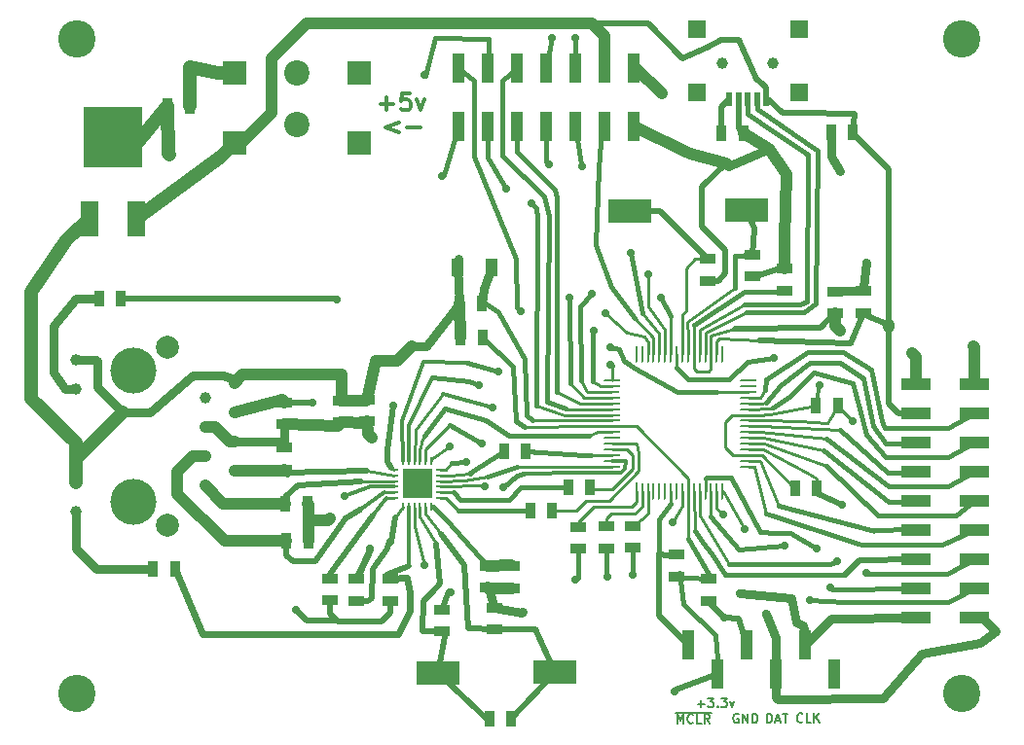
<source format=gtl>
G04 (created by PCBNEW (2013-08-24 BZR 4298)-stable) date Fri 11 Oct 2013 09:56:01 PM PDT*
%MOIN*%
G04 Gerber Fmt 3.4, Leading zero omitted, Abs format*
%FSLAX34Y34*%
G01*
G70*
G90*
G04 APERTURE LIST*
%ADD10C,0.005906*%
%ADD11C,0.011811*%
%ADD12C,0.007874*%
%ADD13R,0.039400X0.059100*%
%ADD14R,0.039400X0.061000*%
%ADD15R,0.063000X0.063000*%
%ADD16C,0.039400*%
%ADD17R,0.019700X0.047200*%
%ADD18R,0.009800X0.060000*%
%ADD19O,0.009800X0.060000*%
%ADD20O,0.060000X0.009800*%
%ADD21R,0.149600X0.082700*%
%ADD22C,0.086614*%
%ADD23R,0.078700X0.078700*%
%ADD24R,0.055000X0.035000*%
%ADD25R,0.035000X0.055000*%
%ADD26R,0.060000X0.120000*%
%ADD27R,0.200000X0.210000*%
%ADD28R,0.039000X0.100000*%
%ADD29R,0.100000X0.039000*%
%ADD30R,0.098400X0.098400*%
%ADD31O,0.009800X0.031500*%
%ADD32O,0.031500X0.009800*%
%ADD33C,0.023622*%
%ADD34C,0.039370*%
%ADD35C,0.157480*%
%ADD36C,0.078740*%
%ADD37C,0.127953*%
%ADD38C,0.027559*%
%ADD39C,0.023622*%
%ADD40C,0.009843*%
%ADD41C,0.039370*%
%ADD42C,0.047244*%
%ADD43C,0.019685*%
%ADD44C,0.015748*%
%ADD45C,0.031496*%
G04 APERTURE END LIST*
G54D10*
G54D11*
X25989Y-29649D02*
X25539Y-29817D01*
X25989Y-29986D01*
X26270Y-29817D02*
X26720Y-29817D01*
X25355Y-28991D02*
X25805Y-28991D01*
X25580Y-29215D02*
X25580Y-28766D01*
X26367Y-28625D02*
X26086Y-28625D01*
X26058Y-28906D01*
X26086Y-28878D01*
X26142Y-28850D01*
X26283Y-28850D01*
X26339Y-28878D01*
X26367Y-28906D01*
X26395Y-28962D01*
X26395Y-29103D01*
X26367Y-29159D01*
X26339Y-29187D01*
X26283Y-29215D01*
X26142Y-29215D01*
X26086Y-29187D01*
X26058Y-29159D01*
X26592Y-28822D02*
X26733Y-29215D01*
X26874Y-28822D01*
G54D12*
X39816Y-50167D02*
X39801Y-50182D01*
X39756Y-50197D01*
X39726Y-50197D01*
X39681Y-50182D01*
X39651Y-50152D01*
X39636Y-50122D01*
X39621Y-50062D01*
X39621Y-50017D01*
X39636Y-49957D01*
X39651Y-49927D01*
X39681Y-49897D01*
X39726Y-49882D01*
X39756Y-49882D01*
X39801Y-49897D01*
X39816Y-49912D01*
X40101Y-50197D02*
X39951Y-50197D01*
X39951Y-49882D01*
X40206Y-50197D02*
X40206Y-49882D01*
X40386Y-50197D02*
X40251Y-50017D01*
X40386Y-49882D02*
X40206Y-50062D01*
X37618Y-49913D02*
X37588Y-49898D01*
X37543Y-49898D01*
X37498Y-49913D01*
X37468Y-49943D01*
X37453Y-49973D01*
X37438Y-50033D01*
X37438Y-50078D01*
X37453Y-50138D01*
X37468Y-50168D01*
X37498Y-50198D01*
X37543Y-50213D01*
X37573Y-50213D01*
X37618Y-50198D01*
X37633Y-50183D01*
X37633Y-50078D01*
X37573Y-50078D01*
X37768Y-50213D02*
X37768Y-49898D01*
X37948Y-50213D01*
X37948Y-49898D01*
X38098Y-50213D02*
X38098Y-49898D01*
X38173Y-49898D01*
X38218Y-49913D01*
X38248Y-49943D01*
X38263Y-49973D01*
X38278Y-50033D01*
X38278Y-50078D01*
X38263Y-50138D01*
X38248Y-50168D01*
X38218Y-50198D01*
X38173Y-50213D01*
X38098Y-50213D01*
X38587Y-50213D02*
X38587Y-49898D01*
X38662Y-49898D01*
X38707Y-49913D01*
X38737Y-49943D01*
X38752Y-49973D01*
X38767Y-50033D01*
X38767Y-50078D01*
X38752Y-50138D01*
X38737Y-50168D01*
X38707Y-50198D01*
X38662Y-50213D01*
X38587Y-50213D01*
X38887Y-50123D02*
X39037Y-50123D01*
X38857Y-50213D02*
X38962Y-49898D01*
X39067Y-50213D01*
X39127Y-49898D02*
X39307Y-49898D01*
X39217Y-50213D02*
X39217Y-49898D01*
X36223Y-49553D02*
X36463Y-49553D01*
X36343Y-49673D02*
X36343Y-49434D01*
X36583Y-49359D02*
X36778Y-49359D01*
X36673Y-49479D01*
X36718Y-49479D01*
X36748Y-49494D01*
X36763Y-49508D01*
X36778Y-49538D01*
X36778Y-49613D01*
X36763Y-49643D01*
X36748Y-49658D01*
X36718Y-49673D01*
X36628Y-49673D01*
X36598Y-49658D01*
X36583Y-49643D01*
X36913Y-49643D02*
X36928Y-49658D01*
X36913Y-49673D01*
X36898Y-49658D01*
X36913Y-49643D01*
X36913Y-49673D01*
X37033Y-49359D02*
X37228Y-49359D01*
X37123Y-49479D01*
X37168Y-49479D01*
X37198Y-49494D01*
X37213Y-49508D01*
X37228Y-49538D01*
X37228Y-49613D01*
X37213Y-49643D01*
X37198Y-49658D01*
X37168Y-49673D01*
X37078Y-49673D01*
X37048Y-49658D01*
X37033Y-49643D01*
X37333Y-49464D02*
X37408Y-49673D01*
X37483Y-49464D01*
X35527Y-50229D02*
X35527Y-49914D01*
X35632Y-50139D01*
X35737Y-49914D01*
X35737Y-50229D01*
X36067Y-50199D02*
X36052Y-50214D01*
X36007Y-50229D01*
X35977Y-50229D01*
X35932Y-50214D01*
X35902Y-50184D01*
X35887Y-50154D01*
X35872Y-50094D01*
X35872Y-50049D01*
X35887Y-49989D01*
X35902Y-49959D01*
X35932Y-49929D01*
X35977Y-49914D01*
X36007Y-49914D01*
X36052Y-49929D01*
X36067Y-49944D01*
X36352Y-50229D02*
X36202Y-50229D01*
X36202Y-49914D01*
X36637Y-50229D02*
X36532Y-50079D01*
X36457Y-50229D02*
X36457Y-49914D01*
X36577Y-49914D01*
X36607Y-49929D01*
X36622Y-49944D01*
X36637Y-49974D01*
X36637Y-50019D01*
X36622Y-50049D01*
X36607Y-50064D01*
X36577Y-50079D01*
X36457Y-50079D01*
X35452Y-49859D02*
X36697Y-49859D01*
G54D13*
X29150Y-34612D03*
G54D14*
X27998Y-34608D03*
G54D15*
X36190Y-28592D03*
X36190Y-26427D03*
X39694Y-28592D03*
G54D16*
X37076Y-27608D03*
G54D17*
X37627Y-28829D03*
X38572Y-28829D03*
X38257Y-28829D03*
X37312Y-28829D03*
X37937Y-28829D03*
G54D15*
X39694Y-26427D03*
G54D16*
X38808Y-27608D03*
G54D18*
X34124Y-42261D03*
G54D19*
X34321Y-42261D03*
X34518Y-42261D03*
X34715Y-42261D03*
X34912Y-42261D03*
X35108Y-42261D03*
X35305Y-42261D03*
X35502Y-42261D03*
X35699Y-42261D03*
X35896Y-42261D03*
X36093Y-42261D03*
X36289Y-42261D03*
X36486Y-42261D03*
X36683Y-42261D03*
X36880Y-42261D03*
X37077Y-42261D03*
G54D20*
X37975Y-41426D03*
X37975Y-41229D03*
X37975Y-41032D03*
X37975Y-40835D03*
X37975Y-40638D03*
X37975Y-40442D03*
X37975Y-40245D03*
X37975Y-40048D03*
X37975Y-39851D03*
X37975Y-39654D03*
X37975Y-39457D03*
X37975Y-39261D03*
X37975Y-39064D03*
X37975Y-38867D03*
X37975Y-38670D03*
X37975Y-38473D03*
G54D19*
X37077Y-37575D03*
X36880Y-37575D03*
X36683Y-37575D03*
X36486Y-37575D03*
X36289Y-37575D03*
X36093Y-37575D03*
X35896Y-37575D03*
X35699Y-37575D03*
X35502Y-37575D03*
X35305Y-37575D03*
X35108Y-37575D03*
X34912Y-37575D03*
X34715Y-37575D03*
X34518Y-37575D03*
X34321Y-37575D03*
X34124Y-37575D03*
G54D20*
X33289Y-38473D03*
X33289Y-38670D03*
X33289Y-39064D03*
X33282Y-38867D03*
X33289Y-39261D03*
X33289Y-39457D03*
X33289Y-39654D03*
X33289Y-39851D03*
X33289Y-40048D03*
X33289Y-40245D03*
X33289Y-40439D03*
X33289Y-40636D03*
X33289Y-40833D03*
X33289Y-41030D03*
X33289Y-41226D03*
X33289Y-41423D03*
G54D21*
X31330Y-48462D03*
X27330Y-48500D03*
X33893Y-32667D03*
X37893Y-32629D03*
G54D22*
X22503Y-29700D03*
G54D23*
X24629Y-27929D03*
X24629Y-30330D03*
X20371Y-27929D03*
X20377Y-30330D03*
G54D22*
X22503Y-27929D03*
G54D24*
X25688Y-45274D03*
X25688Y-46024D03*
G54D25*
X17577Y-44940D03*
X18327Y-44940D03*
G54D24*
X35500Y-45193D03*
X35500Y-44443D03*
G54D25*
X22855Y-42696D03*
X22105Y-42696D03*
G54D24*
X22066Y-40786D03*
X22066Y-41536D03*
G54D25*
X22884Y-43986D03*
X22134Y-43986D03*
G54D24*
X22066Y-39971D03*
X22066Y-39221D03*
G54D25*
X29593Y-40905D03*
X30343Y-40905D03*
X31786Y-42141D03*
X32536Y-42141D03*
X30495Y-42940D03*
X31245Y-42940D03*
X29843Y-50086D03*
X29093Y-50086D03*
G54D24*
X23618Y-45254D03*
X23618Y-46004D03*
X33988Y-44213D03*
X33988Y-43463D03*
X33098Y-44233D03*
X33098Y-43483D03*
X32118Y-44237D03*
X32118Y-43487D03*
X24539Y-45274D03*
X24539Y-46024D03*
X39200Y-35394D03*
X39200Y-34644D03*
X38106Y-34156D03*
X38106Y-34906D03*
X36570Y-34306D03*
X36570Y-35056D03*
X40921Y-36178D03*
X40921Y-35428D03*
X41901Y-36154D03*
X41901Y-35404D03*
G54D25*
X37046Y-30009D03*
X37796Y-30009D03*
X41536Y-29956D03*
X40786Y-29956D03*
X28831Y-35850D03*
X28081Y-35850D03*
X40274Y-39350D03*
X41024Y-39350D03*
X28859Y-37003D03*
X28109Y-37003D03*
X39554Y-42169D03*
X40304Y-42169D03*
X18081Y-29062D03*
X18831Y-29062D03*
G54D24*
X36590Y-45278D03*
X36590Y-46028D03*
X24000Y-39914D03*
X24000Y-39164D03*
X24913Y-39886D03*
X24913Y-39136D03*
X27468Y-46325D03*
X27468Y-47075D03*
X29259Y-46254D03*
X29259Y-47004D03*
X29031Y-44825D03*
X29031Y-45575D03*
X29858Y-44845D03*
X29858Y-45595D03*
G54D25*
X15727Y-35679D03*
X16477Y-35679D03*
G54D26*
X15385Y-32950D03*
X16985Y-32950D03*
G54D27*
X16185Y-30150D03*
G54D28*
X40901Y-48531D03*
X39901Y-47531D03*
X38901Y-48531D03*
X37901Y-47531D03*
X36901Y-48531D03*
X35901Y-47531D03*
X33043Y-27755D03*
X34043Y-27755D03*
X34043Y-29755D03*
X33043Y-29755D03*
X32043Y-29755D03*
X28039Y-29755D03*
X29043Y-29755D03*
X30043Y-29755D03*
X31043Y-29755D03*
X32043Y-27755D03*
X31043Y-27755D03*
X30043Y-27755D03*
X29043Y-27755D03*
X28043Y-27755D03*
G54D29*
X43696Y-40594D03*
X45696Y-39594D03*
X45696Y-38594D03*
X43696Y-38594D03*
X43696Y-39594D03*
X43696Y-41594D03*
X45696Y-40594D03*
X45696Y-41594D03*
X45696Y-42594D03*
X45696Y-46594D03*
X45696Y-45594D03*
X45696Y-44594D03*
X45696Y-43594D03*
X43696Y-42594D03*
X43696Y-43594D03*
X43696Y-44594D03*
X43696Y-45594D03*
X43696Y-46594D03*
G54D30*
X26618Y-42019D03*
G54D31*
X26126Y-42806D03*
X26323Y-42806D03*
X26520Y-42806D03*
X26716Y-42806D03*
X26913Y-42806D03*
X27110Y-42806D03*
G54D32*
X27405Y-42511D03*
X27405Y-42314D03*
X27405Y-42117D03*
X27405Y-41921D03*
X27405Y-41724D03*
X27405Y-41527D03*
G54D31*
X27110Y-41232D03*
X26913Y-41232D03*
X26716Y-41232D03*
X26520Y-41232D03*
X26323Y-41232D03*
X26126Y-41232D03*
G54D32*
X25831Y-41527D03*
X25831Y-41724D03*
X25831Y-41921D03*
X25831Y-42117D03*
X25831Y-42314D03*
X25831Y-42511D03*
G54D33*
X26618Y-42019D03*
X26318Y-41719D03*
X26318Y-42319D03*
X26918Y-41719D03*
X26918Y-42319D03*
G54D34*
X14921Y-37765D03*
X14921Y-38765D03*
X14921Y-41982D03*
X14921Y-42982D03*
X19350Y-39084D03*
X19350Y-41084D03*
X19350Y-40084D03*
X19350Y-42080D03*
X20350Y-41570D03*
X20350Y-39574D03*
X20350Y-40574D03*
G54D35*
X16902Y-42624D03*
X16902Y-38124D03*
G54D36*
X18051Y-37324D03*
X18051Y-43423D03*
G54D34*
X20350Y-38574D03*
G54D37*
X45275Y-26771D03*
X45275Y-49212D03*
X14960Y-49212D03*
X14960Y-26771D03*
G54D38*
X24984Y-44240D03*
X41090Y-36779D03*
X35003Y-28645D03*
X43570Y-37551D03*
X18133Y-30720D03*
X35440Y-49149D03*
X40409Y-38649D03*
X28917Y-42106D03*
X25078Y-40440D03*
X23649Y-43200D03*
X25799Y-39330D03*
X25700Y-44000D03*
X27740Y-40732D03*
X33228Y-37338D03*
X28314Y-41259D03*
X33240Y-37933D03*
X29566Y-42141D03*
X28838Y-40641D03*
X22480Y-46350D03*
X38834Y-37696D03*
X37185Y-31035D03*
X45673Y-37303D03*
X41523Y-39866D03*
X18842Y-27748D03*
X41988Y-34448D03*
X41181Y-42728D03*
X37141Y-46618D03*
X35350Y-43322D03*
X27775Y-45724D03*
X41098Y-31291D03*
X26425Y-37311D03*
X30240Y-46409D03*
X37086Y-43070D03*
X37669Y-45759D03*
X37818Y-43578D03*
X38578Y-46468D03*
X23881Y-35700D03*
X26850Y-44791D03*
X34007Y-45141D03*
X29401Y-38157D03*
X33118Y-45196D03*
X28724Y-38641D03*
X32031Y-45318D03*
X29212Y-39409D03*
X39208Y-44129D03*
X40078Y-46003D03*
X40303Y-44236D03*
X40771Y-45570D03*
X41011Y-44669D03*
X42000Y-45066D03*
X33055Y-36177D03*
X27480Y-31484D03*
X32031Y-26728D03*
X33944Y-34098D03*
X30181Y-36090D03*
X32681Y-36771D03*
X32610Y-35488D03*
X29669Y-31909D03*
X31834Y-35622D03*
X26850Y-27988D03*
X31129Y-31070D03*
X30519Y-32409D03*
X34980Y-35641D03*
X31244Y-26728D03*
X32275Y-31129D03*
X34539Y-34830D03*
X23039Y-39240D03*
X24141Y-42433D03*
G54D39*
X24539Y-45274D02*
X25003Y-44259D01*
X25003Y-44259D02*
X24984Y-44240D01*
G54D40*
X35896Y-42261D02*
X35896Y-41825D01*
X34119Y-40048D02*
X33289Y-40048D01*
X35896Y-41825D02*
X34119Y-40048D01*
G54D41*
X40921Y-36178D02*
X40921Y-36610D01*
X40921Y-36610D02*
X41090Y-36779D01*
G54D40*
X37975Y-39654D02*
X37412Y-39654D01*
X37426Y-41032D02*
X37975Y-41032D01*
X37153Y-40759D02*
X37426Y-41032D01*
X37153Y-39913D02*
X37153Y-40759D01*
X37412Y-39654D02*
X37153Y-39913D01*
X36683Y-37575D02*
X36683Y-38084D01*
X36093Y-38077D02*
X36093Y-37575D01*
X36196Y-38181D02*
X36093Y-38077D01*
X36586Y-38181D02*
X36196Y-38181D01*
X36683Y-38084D02*
X36586Y-38181D01*
G54D41*
X34043Y-27755D02*
X34114Y-27755D01*
X34114Y-27755D02*
X35003Y-28645D01*
X43696Y-37677D02*
X43696Y-38594D01*
X43570Y-37551D02*
X43696Y-37677D01*
G54D42*
X18081Y-29062D02*
X18109Y-30695D01*
X18109Y-30695D02*
X18133Y-30720D01*
X18081Y-29062D02*
X16735Y-30700D01*
X16735Y-30700D02*
X16185Y-30150D01*
G54D43*
X35393Y-49102D02*
X36901Y-48531D01*
X35440Y-49149D02*
X35393Y-49102D01*
G54D11*
X40274Y-39350D02*
X40274Y-39350D01*
X40409Y-38649D02*
X40274Y-39350D01*
G54D40*
X37975Y-41032D02*
X38433Y-41031D01*
X39539Y-42154D02*
X39554Y-42169D01*
X38433Y-41031D02*
X39539Y-42154D01*
X27405Y-42117D02*
X28893Y-42082D01*
G54D43*
X28893Y-42082D02*
X28917Y-42106D01*
G54D40*
X35896Y-42261D02*
X35889Y-43893D01*
G54D44*
X36818Y-47208D02*
X35720Y-46149D01*
X36901Y-48037D02*
X36818Y-47208D01*
X35614Y-45074D02*
X35645Y-45232D01*
X35645Y-45232D02*
X35657Y-45263D01*
X35657Y-45263D02*
X35457Y-45218D01*
X35457Y-45218D02*
X36516Y-45260D01*
X35720Y-46149D02*
X35614Y-45074D01*
X36723Y-45338D02*
X36516Y-45260D01*
X35889Y-43893D02*
X36723Y-45338D01*
G54D40*
X37975Y-39654D02*
X38427Y-39654D01*
X38427Y-39654D02*
X38577Y-39645D01*
X38577Y-39645D02*
X38704Y-39644D01*
X38704Y-39644D02*
X40274Y-39350D01*
X33289Y-40048D02*
X32598Y-40051D01*
X32598Y-40051D02*
X30287Y-40058D01*
G54D44*
X29899Y-37995D02*
X28860Y-37005D01*
X30013Y-39874D02*
X29899Y-37995D01*
X30287Y-40058D02*
X30013Y-39874D01*
X28860Y-37005D02*
X28859Y-37003D01*
G54D41*
X24913Y-39886D02*
X24929Y-40291D01*
X24929Y-40291D02*
X25078Y-40440D01*
X23570Y-43279D02*
X22884Y-43279D01*
X23649Y-43200D02*
X23570Y-43279D01*
X22066Y-39971D02*
X23891Y-40022D01*
X23891Y-40022D02*
X24000Y-39914D01*
X22884Y-43986D02*
X22884Y-43279D01*
X22884Y-43279D02*
X22884Y-42726D01*
X22884Y-42726D02*
X22855Y-42696D01*
X24000Y-39914D02*
X24874Y-39926D01*
X24874Y-39926D02*
X24913Y-39886D01*
G54D40*
X36093Y-37575D02*
X36098Y-36566D01*
G54D44*
X36098Y-36566D02*
X37830Y-35435D01*
X37830Y-35435D02*
X39160Y-35435D01*
X39160Y-35435D02*
X39200Y-35394D01*
G54D40*
X36683Y-37575D02*
X36681Y-36940D01*
X36681Y-36940D02*
X37484Y-36692D01*
G54D43*
X37484Y-36692D02*
X40440Y-36681D01*
X40440Y-36681D02*
X40884Y-36178D01*
X40884Y-36178D02*
X40921Y-36178D01*
G54D45*
X22066Y-40786D02*
X22066Y-39971D01*
X20350Y-40574D02*
X21854Y-40574D01*
X21854Y-40574D02*
X22066Y-40786D01*
G54D41*
X20350Y-40574D02*
X20200Y-40574D01*
X19710Y-40084D02*
X19350Y-40084D01*
X20200Y-40574D02*
X19710Y-40084D01*
G54D43*
X41536Y-29956D02*
X41536Y-30016D01*
X42767Y-31248D02*
X42767Y-36562D01*
X41536Y-30016D02*
X42767Y-31248D01*
X43696Y-39594D02*
X43086Y-39594D01*
X42767Y-36562D02*
X42757Y-39265D01*
X43086Y-39594D02*
X42757Y-39265D01*
X42757Y-39265D02*
X42757Y-39265D01*
X42767Y-36562D02*
X41983Y-36236D01*
G54D44*
X41983Y-36236D02*
X41901Y-36154D01*
G54D43*
X38572Y-28829D02*
X38572Y-28423D01*
X34527Y-26236D02*
X32598Y-26236D01*
X35712Y-27421D02*
X34527Y-26236D01*
X36547Y-27059D02*
X35712Y-27421D01*
X37043Y-26787D02*
X36547Y-27059D01*
X37625Y-26787D02*
X37043Y-26787D01*
X38228Y-28133D02*
X37625Y-26787D01*
X38452Y-28346D02*
X38228Y-28133D01*
X38572Y-28423D02*
X38452Y-28346D01*
G54D41*
X20377Y-30330D02*
X20598Y-30330D01*
X20598Y-30330D02*
X21629Y-29299D01*
X21629Y-29299D02*
X21629Y-27437D01*
X21629Y-27437D02*
X22838Y-26228D01*
X22838Y-26228D02*
X32590Y-26228D01*
X32590Y-26228D02*
X32598Y-26236D01*
X33043Y-26681D02*
X33043Y-27755D01*
X32598Y-26236D02*
X33043Y-26681D01*
G54D42*
X16985Y-32950D02*
X19907Y-30800D01*
X19907Y-30800D02*
X20377Y-30330D01*
G54D40*
X36880Y-37575D02*
X36880Y-37143D01*
X36880Y-37143D02*
X36980Y-37043D01*
X36980Y-37043D02*
X38346Y-37102D01*
G54D43*
X38346Y-37102D02*
X41468Y-37212D01*
X41468Y-37212D02*
X41901Y-36154D01*
X38572Y-28829D02*
X38647Y-28829D01*
X41610Y-29338D02*
X41536Y-29956D01*
X39708Y-29307D02*
X41610Y-29338D01*
X39125Y-29307D02*
X39708Y-29307D01*
X38647Y-28829D02*
X39125Y-29307D01*
G54D41*
X42766Y-36641D02*
X42767Y-36562D01*
G54D40*
X25831Y-41527D02*
X25720Y-41456D01*
G54D43*
X25720Y-41456D02*
X25606Y-41259D01*
X25606Y-41259D02*
X25606Y-40874D01*
X25606Y-40874D02*
X25799Y-39330D01*
X25700Y-44000D02*
X25712Y-43988D01*
X25712Y-43988D02*
X25720Y-43988D01*
X24539Y-46024D02*
X24929Y-46051D01*
X25090Y-44948D02*
X25598Y-44220D01*
X25598Y-44220D02*
X25629Y-44078D01*
X25629Y-44078D02*
X25720Y-43988D01*
X25051Y-45940D02*
X25090Y-44948D01*
X24929Y-46051D02*
X25051Y-45940D01*
G54D40*
X25866Y-43177D02*
X26126Y-42806D01*
G54D43*
X25720Y-43988D02*
X25866Y-43177D01*
G54D40*
X36289Y-37575D02*
X36289Y-36722D01*
X36289Y-36722D02*
X37842Y-35885D01*
G54D44*
X37842Y-35885D02*
X39744Y-35877D01*
X39744Y-35877D02*
X39952Y-35767D01*
X39952Y-35767D02*
X40003Y-30728D01*
X40003Y-30728D02*
X38377Y-29633D01*
X38377Y-29633D02*
X37937Y-29343D01*
X37937Y-29343D02*
X37937Y-28829D01*
G54D40*
X36486Y-37575D02*
X36486Y-36836D01*
G54D44*
X38257Y-29155D02*
X38257Y-28829D01*
X40330Y-30610D02*
X38257Y-29155D01*
G54D40*
X36486Y-36836D02*
X37889Y-36149D01*
G54D44*
X37889Y-36149D02*
X39870Y-36129D01*
X39870Y-36129D02*
X40251Y-35850D01*
X40251Y-35850D02*
X40330Y-30610D01*
G54D40*
X33289Y-41030D02*
X32550Y-41030D01*
G54D44*
X32550Y-41030D02*
X32330Y-41035D01*
X32330Y-41035D02*
X30343Y-40905D01*
X30807Y-40929D02*
X30460Y-40901D01*
X33692Y-37787D02*
X33893Y-37952D01*
G54D40*
X27110Y-41157D02*
X27740Y-40732D01*
G54D44*
X33228Y-37338D02*
X33531Y-37409D01*
X33531Y-37409D02*
X33692Y-37787D01*
G54D40*
X27110Y-41232D02*
X27110Y-41157D01*
X36859Y-38867D02*
X37975Y-38867D01*
G54D44*
X35535Y-38866D02*
X36859Y-38867D01*
X34035Y-38031D02*
X35535Y-38866D01*
X33893Y-37952D02*
X34035Y-38031D01*
G54D40*
X27405Y-41527D02*
X27594Y-41527D01*
X27594Y-41527D02*
X27814Y-41307D01*
G54D44*
X27814Y-41307D02*
X28314Y-41259D01*
X33240Y-37933D02*
X33289Y-37982D01*
G54D40*
X33289Y-37982D02*
X33289Y-38473D01*
X26913Y-41232D02*
X26913Y-40850D01*
G54D11*
X33732Y-41496D02*
X33756Y-41231D01*
X33602Y-41629D02*
X33732Y-41496D01*
X32177Y-41629D02*
X33602Y-41629D01*
X30259Y-41657D02*
X32177Y-41629D01*
G54D44*
X30019Y-41740D02*
X30259Y-41657D01*
X29566Y-42141D02*
X30019Y-41740D01*
X27740Y-40003D02*
X28838Y-40641D01*
G54D40*
X26913Y-40850D02*
X27740Y-40003D01*
G54D11*
X33756Y-41231D02*
X33756Y-41231D01*
X33756Y-41231D02*
X33289Y-41226D01*
G54D40*
X33289Y-40833D02*
X33794Y-40833D01*
X32701Y-42212D02*
X32536Y-42141D01*
X33287Y-42212D02*
X32701Y-42212D01*
X33992Y-41515D02*
X33287Y-42212D01*
X33992Y-41031D02*
X33992Y-41515D01*
X33794Y-40833D02*
X33992Y-41031D01*
X31245Y-42940D02*
X32066Y-42944D01*
X34118Y-40621D02*
X33289Y-40636D01*
X34196Y-40972D02*
X34118Y-40621D01*
X34202Y-41580D02*
X34196Y-40972D01*
X33187Y-42596D02*
X34202Y-41580D01*
X32413Y-42598D02*
X33187Y-42596D01*
X32066Y-42944D02*
X32413Y-42598D01*
X27405Y-41921D02*
X28240Y-41897D01*
X30031Y-41433D02*
X33289Y-41423D01*
G54D44*
X29444Y-41625D02*
X30031Y-41433D01*
X29039Y-41755D02*
X29444Y-41625D01*
G54D40*
X28240Y-41897D02*
X29039Y-41755D01*
X34321Y-42261D02*
X34321Y-42792D01*
X33098Y-43200D02*
X33098Y-43483D01*
X33267Y-43031D02*
X33098Y-43200D01*
X34082Y-43031D02*
X33267Y-43031D01*
X34321Y-42792D02*
X34082Y-43031D01*
X34518Y-42261D02*
X34518Y-43020D01*
X34315Y-43223D02*
X33988Y-43463D01*
X34518Y-43020D02*
X34315Y-43223D01*
X34124Y-42261D02*
X34124Y-42639D01*
X32118Y-43346D02*
X32118Y-43487D01*
X32681Y-42811D02*
X32118Y-43346D01*
X33980Y-42811D02*
X32681Y-42811D01*
X34124Y-42639D02*
X33980Y-42811D01*
X38464Y-40838D02*
X37978Y-40838D01*
X37978Y-40838D02*
X37975Y-40835D01*
G54D41*
X25187Y-37799D02*
X25937Y-37799D01*
X25937Y-37799D02*
X26425Y-37311D01*
X25187Y-37799D02*
X24913Y-39136D01*
G54D43*
X23872Y-46718D02*
X22848Y-46718D01*
X22848Y-46718D02*
X22480Y-46350D01*
X25688Y-46024D02*
X25688Y-46452D01*
X23618Y-46464D02*
X23618Y-46004D01*
X23885Y-46732D02*
X23872Y-46718D01*
X23872Y-46718D02*
X23618Y-46464D01*
X25409Y-46732D02*
X23885Y-46732D01*
X25688Y-46452D02*
X25409Y-46732D01*
G54D40*
X35502Y-37575D02*
X35502Y-38029D01*
G54D44*
X35502Y-38029D02*
X35913Y-38440D01*
X35913Y-38440D02*
X37299Y-38440D01*
X37917Y-37822D02*
X38834Y-37696D01*
X37299Y-38440D02*
X37917Y-37822D01*
G54D45*
X26425Y-37311D02*
X26932Y-37311D01*
X26932Y-37311D02*
X28081Y-35850D01*
G54D41*
X28109Y-37003D02*
X28081Y-35850D01*
G54D43*
X36570Y-35056D02*
X36932Y-35056D01*
X36374Y-31846D02*
X37185Y-31035D01*
X36374Y-33204D02*
X36374Y-31846D01*
X37169Y-34000D02*
X36374Y-33204D01*
X37169Y-34818D02*
X37169Y-34000D01*
X36932Y-35056D02*
X37169Y-34818D01*
G54D41*
X34043Y-29755D02*
X35968Y-30712D01*
G54D45*
X37275Y-31125D02*
X37185Y-31035D01*
X37275Y-31125D02*
X38669Y-30539D01*
G54D41*
X35968Y-30712D02*
X37185Y-31035D01*
X45696Y-38594D02*
X45696Y-37326D01*
X45696Y-37326D02*
X45673Y-37303D01*
G54D40*
X41024Y-39350D02*
X41024Y-39382D01*
X41024Y-39382D02*
X41523Y-39866D01*
G54D41*
X29858Y-45595D02*
X29051Y-45595D01*
X29051Y-45595D02*
X29031Y-45575D01*
G54D42*
X20371Y-27929D02*
X19814Y-27929D01*
X19814Y-27929D02*
X18842Y-27748D01*
X18831Y-29062D02*
X18838Y-27736D01*
X18838Y-27736D02*
X18842Y-27748D01*
X15385Y-32950D02*
X14751Y-33512D01*
X14594Y-33669D02*
X13405Y-35423D01*
X13405Y-35423D02*
X13405Y-39094D01*
X13405Y-39094D02*
X14921Y-40610D01*
X14921Y-40610D02*
X14921Y-41982D01*
X14751Y-33512D02*
X14594Y-33669D01*
G54D41*
X18858Y-27763D02*
X18885Y-27763D01*
X18842Y-27748D02*
X18858Y-27763D01*
G54D43*
X36590Y-46028D02*
X36716Y-46161D01*
X36716Y-46161D02*
X37141Y-46618D01*
G54D45*
X41901Y-35404D02*
X41901Y-35267D01*
X41901Y-35267D02*
X41988Y-34448D01*
X41901Y-35404D02*
X40956Y-35392D01*
X40956Y-35392D02*
X40921Y-35428D01*
G54D43*
X40304Y-42169D02*
X40377Y-42358D01*
X40377Y-42358D02*
X41181Y-42728D01*
X37901Y-47531D02*
X37641Y-46641D01*
X37641Y-46641D02*
X37141Y-46618D01*
G54D40*
X35700Y-42267D02*
X35699Y-42765D01*
X35699Y-42765D02*
X35350Y-43322D01*
G54D43*
X27468Y-46325D02*
X27700Y-45688D01*
X27700Y-45688D02*
X27775Y-45724D01*
G54D45*
X40786Y-29956D02*
X40814Y-30795D01*
X40814Y-30795D02*
X41098Y-31291D01*
G54D40*
X40311Y-41838D02*
X40304Y-42169D01*
X39968Y-41629D02*
X40311Y-41838D01*
X38464Y-40838D02*
X39968Y-41629D01*
X38475Y-40847D02*
X38464Y-40838D01*
G54D45*
X27998Y-34608D02*
X28081Y-35850D01*
G54D40*
X28081Y-35850D02*
X28081Y-35850D01*
G54D45*
X29259Y-46254D02*
X30213Y-46436D01*
X30213Y-46436D02*
X30240Y-46409D01*
X29259Y-46254D02*
X29059Y-45598D01*
X29059Y-45598D02*
X29031Y-45575D01*
G54D40*
X41024Y-39350D02*
X40669Y-39929D01*
X38548Y-39851D02*
X37975Y-39851D01*
X40669Y-39929D02*
X39743Y-39857D01*
X39743Y-39857D02*
X38548Y-39851D01*
G54D45*
X28043Y-34318D02*
X27998Y-34608D01*
G54D41*
X24000Y-39164D02*
X24874Y-39176D01*
X24874Y-39176D02*
X24913Y-39136D01*
X24025Y-38278D02*
X24025Y-38896D01*
X24025Y-38896D02*
X24000Y-39164D01*
X24025Y-38278D02*
X20645Y-38278D01*
X20645Y-38278D02*
X20350Y-38574D01*
X39200Y-34644D02*
X39196Y-33629D01*
X39196Y-33629D02*
X39255Y-31393D01*
X39255Y-31393D02*
X38669Y-30539D01*
X38669Y-30539D02*
X37796Y-30009D01*
G54D43*
X38106Y-34906D02*
X38239Y-34906D01*
X38239Y-34906D02*
X39048Y-34644D01*
X39048Y-34644D02*
X39200Y-34644D01*
X37627Y-28829D02*
X37627Y-29841D01*
X37627Y-29841D02*
X37796Y-30009D01*
G54D45*
X14921Y-41982D02*
X14921Y-41181D01*
G54D42*
X14921Y-41181D02*
X16535Y-39566D01*
G54D45*
X20350Y-38574D02*
X20350Y-38450D01*
X15610Y-37765D02*
X14921Y-37765D01*
X15659Y-37814D02*
X15610Y-37765D01*
X15659Y-38690D02*
X15659Y-37814D01*
X16535Y-39566D02*
X15659Y-38690D01*
X17460Y-39566D02*
X16535Y-39566D01*
X18937Y-38291D02*
X17460Y-39566D01*
X19950Y-38291D02*
X18937Y-38291D01*
X20350Y-38450D02*
X19950Y-38291D01*
X15629Y-44940D02*
X17577Y-44940D01*
X14921Y-44232D02*
X15629Y-44940D01*
X14921Y-42982D02*
X14921Y-44232D01*
X43696Y-46594D02*
X40791Y-46641D01*
X40791Y-46641D02*
X39901Y-47531D01*
G54D40*
X36880Y-42261D02*
X36880Y-42864D01*
G54D45*
X39448Y-45929D02*
X39598Y-46771D01*
X39598Y-46771D02*
X39838Y-46858D01*
X39838Y-46858D02*
X39928Y-47284D01*
X37669Y-45759D02*
X39448Y-45929D01*
G54D40*
X36880Y-42864D02*
X37086Y-43070D01*
G54D45*
X45696Y-46594D02*
X45996Y-46641D01*
X38901Y-49338D02*
X38901Y-48531D01*
X38972Y-49409D02*
X38901Y-49338D01*
X42570Y-49366D02*
X38972Y-49409D01*
X45901Y-47468D02*
X43905Y-47830D01*
X43905Y-47830D02*
X42570Y-49366D01*
X46425Y-47070D02*
X45901Y-47468D01*
X45996Y-46641D02*
X46425Y-47070D01*
X38901Y-48531D02*
X38901Y-47303D01*
X38901Y-47303D02*
X38578Y-46468D01*
G54D40*
X37077Y-42261D02*
X37100Y-42261D01*
X37100Y-42261D02*
X37818Y-43578D01*
X38578Y-46468D02*
X38632Y-46521D01*
G54D43*
X16477Y-35679D02*
X23860Y-35679D01*
X23860Y-35679D02*
X23881Y-35700D01*
G54D40*
X26850Y-44791D02*
X26519Y-43472D01*
X26519Y-43472D02*
X26519Y-42821D01*
G54D44*
X31786Y-42141D02*
X30177Y-42141D01*
X30177Y-42141D02*
X29759Y-42559D01*
X29759Y-42559D02*
X28094Y-42559D01*
X28094Y-42559D02*
X27850Y-42314D01*
G54D40*
X27850Y-42314D02*
X27405Y-42314D01*
X27405Y-42511D02*
X27590Y-42511D01*
X27590Y-42511D02*
X28023Y-42944D01*
G54D44*
X28023Y-42944D02*
X30495Y-42940D01*
G54D40*
X26716Y-42806D02*
X26716Y-43121D01*
X26716Y-43121D02*
X27255Y-44062D01*
G54D43*
X27255Y-44062D02*
X27389Y-45429D01*
X27389Y-45429D02*
X27125Y-45751D01*
X27125Y-45751D02*
X26818Y-46031D01*
X26818Y-46031D02*
X26791Y-47059D01*
X26791Y-47059D02*
X27598Y-47083D01*
X27598Y-47083D02*
X27330Y-48500D01*
X29093Y-50086D02*
X28987Y-50086D01*
X28987Y-50086D02*
X27330Y-48500D01*
G54D41*
X29031Y-44825D02*
X29830Y-44817D01*
G54D40*
X29830Y-44817D02*
X29858Y-44845D01*
X27110Y-42806D02*
X27153Y-42806D01*
G54D44*
X27153Y-42806D02*
X27628Y-43282D01*
X27628Y-43282D02*
X29031Y-44825D01*
G54D40*
X33289Y-39851D02*
X30570Y-39842D01*
G54D44*
X29413Y-36149D02*
X28960Y-35850D01*
X30299Y-37732D02*
X29413Y-36149D01*
X30375Y-39674D02*
X30299Y-37732D01*
X30570Y-39842D02*
X30375Y-39674D01*
X28960Y-35850D02*
X28831Y-35850D01*
G54D45*
X28831Y-35850D02*
X28905Y-35326D01*
X29150Y-34612D02*
X29150Y-34612D01*
X28905Y-35326D02*
X29150Y-34612D01*
G54D43*
X36570Y-34306D02*
X36570Y-34291D01*
X36570Y-34291D02*
X34947Y-32667D01*
X34947Y-32667D02*
X33893Y-32667D01*
G54D40*
X35699Y-37575D02*
X35699Y-36210D01*
X36142Y-34306D02*
X36570Y-34306D01*
X35818Y-34629D02*
X36142Y-34306D01*
X35818Y-36090D02*
X35818Y-34629D01*
X35699Y-36210D02*
X35818Y-36090D01*
G54D39*
X25688Y-45274D02*
X26271Y-45228D01*
X19252Y-47161D02*
X18327Y-44940D01*
X25952Y-47161D02*
X19252Y-47161D01*
X26354Y-46385D02*
X25952Y-47161D01*
X26350Y-45732D02*
X26354Y-46385D01*
X26271Y-45228D02*
X26350Y-45732D01*
G54D11*
X26323Y-42806D02*
X26334Y-44826D01*
G54D44*
X25563Y-45148D02*
X25688Y-45274D01*
G54D43*
X26334Y-44826D02*
X25563Y-45148D01*
G54D40*
X27405Y-41724D02*
X27720Y-41724D01*
X27720Y-41724D02*
X28425Y-41653D01*
G54D44*
X28425Y-41641D02*
X28425Y-41653D01*
X29547Y-40921D02*
X28425Y-41641D01*
X29566Y-40901D02*
X29547Y-40921D01*
G54D11*
X26126Y-41232D02*
X26098Y-39866D01*
G54D44*
X33988Y-44397D02*
X33988Y-44213D01*
X34007Y-45141D02*
X33988Y-44397D01*
X28318Y-37858D02*
X29401Y-38157D01*
G54D11*
X26830Y-37850D02*
X28318Y-37858D01*
X26098Y-39866D02*
X26830Y-37850D01*
X26323Y-41232D02*
X26338Y-40042D01*
G54D44*
X33098Y-45177D02*
X33098Y-44233D01*
X33118Y-45196D02*
X33098Y-45177D01*
X28393Y-38519D02*
X28724Y-38641D01*
X27133Y-38354D02*
X28393Y-38519D01*
G54D11*
X26338Y-40042D02*
X27133Y-38354D01*
G54D40*
X26913Y-42806D02*
X26913Y-43027D01*
X26913Y-43027D02*
X27425Y-43724D01*
G54D43*
X27425Y-43724D02*
X28228Y-44818D01*
X28228Y-44818D02*
X28350Y-46968D01*
X28350Y-46968D02*
X28386Y-46973D01*
X28386Y-46973D02*
X29259Y-47004D01*
X31330Y-48462D02*
X31330Y-48489D01*
X31330Y-48489D02*
X29843Y-50086D01*
X29259Y-47004D02*
X30669Y-46988D01*
X30669Y-46988D02*
X31330Y-48462D01*
G54D40*
X26520Y-41232D02*
X26560Y-40160D01*
G54D44*
X32118Y-45232D02*
X32118Y-44237D01*
X32031Y-45318D02*
X32118Y-45232D01*
G54D11*
X27515Y-38948D02*
X29212Y-39409D01*
G54D40*
X26560Y-40160D02*
X27515Y-38948D01*
X25831Y-42511D02*
X25563Y-42511D01*
G54D43*
X25110Y-43115D02*
X23618Y-45106D01*
G54D11*
X25563Y-42511D02*
X25110Y-43115D01*
G54D43*
X23618Y-45106D02*
X23618Y-45254D01*
X37046Y-30009D02*
X37046Y-29095D01*
X37046Y-29095D02*
X37312Y-28829D01*
G54D40*
X35896Y-37575D02*
X35896Y-36927D01*
X35896Y-36927D02*
X35881Y-36464D01*
X35881Y-36464D02*
X37492Y-35287D01*
G54D44*
X37492Y-35287D02*
X37507Y-35162D01*
X37507Y-35162D02*
X37495Y-34869D01*
X37495Y-34869D02*
X37484Y-34216D01*
X37484Y-34216D02*
X38106Y-34156D01*
G54D43*
X38106Y-34156D02*
X38173Y-33283D01*
X38173Y-33283D02*
X37893Y-32629D01*
G54D40*
X37975Y-40245D02*
X38354Y-40244D01*
G54D44*
X44799Y-42098D02*
X45696Y-41594D01*
X42775Y-42098D02*
X44799Y-42098D01*
X40629Y-40460D02*
X42775Y-42098D01*
G54D40*
X38354Y-40244D02*
X40629Y-40460D01*
X37975Y-40048D02*
X38385Y-40051D01*
X38385Y-40051D02*
X41102Y-40181D01*
G54D44*
X41102Y-40181D02*
X42720Y-41641D01*
X42720Y-41641D02*
X43696Y-41594D01*
G54D40*
X37975Y-39457D02*
X38744Y-39452D01*
X38744Y-39452D02*
X38708Y-39452D01*
G54D44*
X44787Y-41090D02*
X45696Y-40594D01*
X42661Y-41090D02*
X44787Y-41090D01*
X42011Y-40346D02*
X42661Y-41090D01*
X41771Y-39429D02*
X42011Y-40346D01*
X41539Y-38570D02*
X41771Y-39429D01*
X40204Y-38204D02*
X41539Y-38570D01*
X39901Y-38519D02*
X40204Y-38204D01*
X39374Y-39047D02*
X39901Y-38519D01*
X38796Y-39400D02*
X39374Y-39047D01*
X43696Y-40594D02*
X42673Y-40641D01*
X42673Y-40641D02*
X42220Y-40051D01*
X42220Y-40051D02*
X41901Y-38389D01*
X41901Y-38389D02*
X41110Y-37881D01*
X41110Y-37881D02*
X40082Y-37881D01*
X40082Y-37881D02*
X39066Y-38645D01*
X39066Y-38645D02*
X38582Y-39220D01*
G54D40*
X38582Y-39220D02*
X38409Y-39271D01*
X38409Y-39271D02*
X37975Y-39261D01*
X37975Y-39064D02*
X38366Y-39059D01*
X38366Y-39059D02*
X38535Y-38811D01*
G54D44*
X38535Y-38811D02*
X38559Y-38433D01*
X38559Y-38433D02*
X40000Y-37519D01*
X40000Y-37519D02*
X41200Y-37519D01*
X41200Y-37519D02*
X42165Y-38114D01*
X42165Y-38114D02*
X42531Y-39874D01*
X42531Y-39874D02*
X42625Y-40090D01*
X42625Y-40090D02*
X44787Y-40090D01*
X44787Y-40090D02*
X45696Y-39594D01*
X37640Y-44262D02*
X39181Y-44129D01*
X39181Y-44129D02*
X39208Y-44129D01*
X40078Y-46003D02*
X41259Y-46082D01*
X41259Y-46082D02*
X44814Y-46082D01*
X44814Y-46082D02*
X45696Y-45594D01*
G54D40*
X36683Y-42261D02*
X36683Y-43128D01*
G54D44*
X36683Y-43128D02*
X37640Y-44262D01*
G54D40*
X37640Y-44262D02*
X37645Y-44270D01*
G54D44*
X43696Y-45594D02*
X40830Y-45629D01*
X40771Y-45570D02*
X40830Y-45629D01*
G54D40*
X36486Y-42261D02*
X36486Y-41844D01*
G54D44*
X39409Y-43716D02*
X40303Y-44236D01*
X38901Y-43708D02*
X39409Y-43716D01*
X38358Y-43681D02*
X38901Y-43708D01*
X37377Y-41803D02*
X38358Y-43681D01*
X36527Y-41803D02*
X37377Y-41803D01*
X36486Y-41844D02*
X36527Y-41803D01*
G54D40*
X40303Y-44236D02*
X40353Y-44268D01*
G54D44*
X40783Y-44759D02*
X41011Y-44669D01*
G54D40*
X36289Y-42261D02*
X36289Y-43100D01*
X36289Y-43100D02*
X37287Y-44759D01*
G54D44*
X37287Y-44759D02*
X40783Y-44759D01*
X44751Y-45094D02*
X45696Y-44594D01*
X42027Y-45094D02*
X44751Y-45094D01*
X42000Y-45066D02*
X42027Y-45094D01*
G54D43*
X43696Y-44594D02*
X41759Y-44641D01*
X41759Y-44641D02*
X41260Y-45140D01*
G54D40*
X36093Y-42261D02*
X36118Y-43637D01*
G54D44*
X36118Y-43637D02*
X36440Y-44082D01*
X36440Y-44082D02*
X36700Y-44409D01*
X36700Y-44409D02*
X37181Y-45133D01*
X37181Y-45133D02*
X41260Y-45140D01*
G54D40*
X41260Y-45140D02*
X41291Y-45140D01*
G54D44*
X41830Y-44098D02*
X44603Y-44098D01*
X44603Y-44098D02*
X45696Y-43594D01*
G54D40*
X37975Y-41426D02*
X38166Y-41426D01*
G54D44*
X38578Y-43051D02*
X41830Y-44098D01*
G54D40*
X38166Y-41426D02*
X38578Y-43051D01*
G54D44*
X42163Y-43617D02*
X43672Y-43570D01*
X43672Y-43570D02*
X43696Y-43594D01*
G54D40*
X37975Y-41229D02*
X38370Y-41228D01*
X38370Y-41228D02*
X38988Y-42755D01*
G54D44*
X38988Y-42755D02*
X42163Y-43617D01*
G54D40*
X42163Y-43617D02*
X42257Y-43662D01*
X38492Y-40637D02*
X40618Y-41401D01*
G54D44*
X40618Y-41401D02*
X42405Y-43090D01*
X42405Y-43090D02*
X45082Y-43090D01*
X45082Y-43090D02*
X45696Y-42594D01*
G54D40*
X37975Y-40638D02*
X38413Y-40638D01*
X38413Y-40638D02*
X38492Y-40637D01*
X37975Y-40442D02*
X38464Y-40433D01*
G54D44*
X42775Y-42641D02*
X43696Y-42594D01*
X40523Y-40885D02*
X42775Y-42641D01*
G54D40*
X38464Y-40433D02*
X40523Y-40885D01*
G54D44*
X27480Y-31484D02*
X27535Y-31429D01*
X28039Y-29755D02*
X27535Y-31429D01*
G54D40*
X34518Y-37575D02*
X34518Y-37156D01*
X33791Y-36846D02*
X33055Y-36177D01*
X33055Y-36177D02*
X33049Y-36175D01*
X34389Y-36968D02*
X33791Y-36846D01*
X34518Y-37156D02*
X34389Y-36968D01*
G54D44*
X32043Y-27755D02*
X32043Y-26740D01*
X32043Y-26740D02*
X32031Y-26728D01*
G54D40*
X34323Y-36169D02*
X34899Y-36853D01*
G54D44*
X33944Y-34098D02*
X34323Y-36169D01*
G54D40*
X34899Y-36853D02*
X34912Y-37575D01*
X34715Y-37575D02*
X34715Y-37010D01*
X34715Y-37010D02*
X34055Y-36350D01*
G54D44*
X34055Y-36350D02*
X33279Y-35279D01*
X33279Y-35279D02*
X32724Y-33830D01*
X32830Y-31188D02*
X32933Y-29866D01*
X32724Y-33830D02*
X32830Y-31188D01*
X32933Y-29866D02*
X33043Y-29755D01*
X32622Y-38512D02*
X32622Y-36830D01*
X28551Y-28216D02*
X28043Y-27755D01*
X28551Y-30814D02*
X28551Y-28216D01*
X30015Y-34291D02*
X28551Y-30814D01*
X30047Y-35956D02*
X30015Y-34291D01*
X30181Y-36090D02*
X30047Y-35956D01*
X32622Y-36830D02*
X32681Y-36771D01*
G54D40*
X33289Y-38670D02*
X32895Y-38670D01*
X32895Y-38670D02*
X32622Y-38512D01*
X32622Y-38512D02*
X32614Y-38507D01*
X32444Y-38877D02*
X32240Y-38480D01*
G54D44*
X32240Y-38480D02*
X32216Y-35936D01*
X32216Y-35936D02*
X32610Y-35488D01*
G54D40*
X33282Y-38867D02*
X32444Y-38877D01*
G54D44*
X29043Y-30822D02*
X29043Y-29755D01*
X29669Y-31909D02*
X29043Y-30822D01*
X27236Y-26724D02*
X26913Y-28051D01*
X29051Y-26759D02*
X27236Y-26724D01*
X29043Y-27755D02*
X29051Y-26759D01*
X26850Y-27988D02*
X26913Y-28051D01*
G54D40*
X33289Y-39064D02*
X32334Y-39082D01*
X32334Y-39082D02*
X31870Y-38570D01*
G54D44*
X31870Y-38570D02*
X31834Y-35622D01*
G54D40*
X31834Y-35622D02*
X31834Y-35621D01*
G54D44*
X31413Y-32188D02*
X31326Y-31929D01*
X31326Y-31929D02*
X30043Y-30645D01*
X30043Y-30645D02*
X30043Y-29755D01*
G54D40*
X33289Y-39261D02*
X32200Y-39267D01*
G54D44*
X31413Y-38866D02*
X31413Y-32188D01*
G54D40*
X32200Y-39267D02*
X31413Y-38866D01*
G54D44*
X31125Y-32830D02*
X30976Y-32161D01*
G54D40*
X31669Y-39460D02*
X31691Y-39438D01*
G54D44*
X31062Y-39188D02*
X31125Y-32830D01*
X31691Y-39438D02*
X31062Y-39188D01*
G54D40*
X33289Y-39457D02*
X31669Y-39460D01*
G54D44*
X29547Y-28212D02*
X30043Y-27755D01*
X29547Y-30755D02*
X29547Y-28212D01*
X30976Y-32161D02*
X29547Y-30755D01*
X31031Y-30708D02*
X31031Y-30972D01*
X31031Y-30972D02*
X31129Y-31070D01*
X30519Y-32409D02*
X30695Y-32585D01*
X30695Y-32585D02*
X30746Y-32897D01*
X30746Y-32897D02*
X30746Y-32897D01*
X31043Y-29755D02*
X31031Y-30708D01*
G54D40*
X33289Y-39654D02*
X31661Y-39653D01*
X31661Y-39653D02*
X30700Y-39346D01*
G54D44*
X30700Y-39346D02*
X30746Y-32897D01*
G54D40*
X30746Y-32897D02*
X30747Y-32850D01*
X35305Y-37575D02*
X35305Y-36254D01*
G54D44*
X35305Y-36254D02*
X34980Y-35641D01*
X31244Y-26728D02*
X31228Y-26744D01*
X31228Y-26744D02*
X31043Y-27755D01*
X32043Y-29755D02*
X32220Y-31074D01*
X32275Y-31129D02*
X32220Y-31074D01*
G54D40*
X35100Y-36728D02*
X34539Y-35951D01*
X34539Y-35951D02*
X34539Y-34830D01*
X35100Y-36728D02*
X35108Y-37575D01*
G54D11*
X25831Y-42117D02*
X25039Y-42117D01*
G54D43*
X23020Y-39221D02*
X22066Y-39221D01*
X23039Y-39240D02*
X23020Y-39221D01*
G54D11*
X25039Y-42117D02*
X24141Y-42433D01*
G54D41*
X20350Y-39574D02*
X21990Y-39145D01*
X21990Y-39145D02*
X22066Y-39221D01*
G54D43*
X22134Y-43986D02*
X22134Y-44465D01*
X22134Y-44465D02*
X22350Y-44681D01*
X22350Y-44681D02*
X23118Y-44681D01*
G54D11*
X24653Y-42917D02*
X25484Y-42314D01*
G54D43*
X24177Y-43188D02*
X24653Y-42917D01*
X23118Y-44681D02*
X24177Y-43188D01*
G54D40*
X25484Y-42314D02*
X25831Y-42314D01*
G54D41*
X19350Y-41084D02*
X18925Y-41084D01*
X20029Y-43986D02*
X22134Y-43986D01*
X18415Y-42372D02*
X20029Y-43986D01*
X18415Y-41594D02*
X18415Y-42372D01*
X18925Y-41084D02*
X18415Y-41594D01*
G54D40*
X25831Y-41724D02*
X24913Y-41586D01*
G54D43*
X22208Y-41688D02*
X22066Y-41536D01*
X22019Y-41634D02*
X22208Y-41688D01*
X24913Y-41586D02*
X22019Y-41634D01*
G54D41*
X20350Y-41570D02*
X22074Y-41554D01*
X22074Y-41554D02*
X22066Y-41536D01*
G54D43*
X22105Y-42696D02*
X22105Y-42481D01*
G54D40*
X24704Y-41921D02*
X25831Y-41921D01*
G54D43*
X22527Y-42082D02*
X24704Y-41921D01*
X22105Y-42481D02*
X22527Y-42082D01*
G54D41*
X22105Y-42696D02*
X19967Y-42696D01*
X19967Y-42696D02*
X19350Y-42080D01*
G54D45*
X14921Y-35679D02*
X15727Y-35679D01*
X14153Y-36614D02*
X14921Y-35679D01*
X14153Y-38188D02*
X14153Y-36614D01*
X14582Y-38765D02*
X14153Y-38188D01*
X14921Y-38765D02*
X14582Y-38765D01*
G54D40*
X26716Y-41232D02*
X26716Y-40791D01*
X26750Y-40585D02*
X26720Y-40787D01*
X26750Y-40585D02*
X26854Y-40379D01*
X26716Y-40791D02*
X26720Y-40787D01*
X33289Y-40245D02*
X32809Y-40245D01*
G54D44*
X27578Y-39444D02*
X26854Y-40379D01*
X28980Y-39830D02*
X27578Y-39444D01*
X29775Y-40374D02*
X28980Y-39830D01*
X32496Y-40374D02*
X29775Y-40374D01*
G54D40*
X32809Y-40245D02*
X32496Y-40374D01*
X26854Y-40379D02*
X26850Y-40381D01*
G54D43*
X34904Y-44393D02*
X34904Y-46534D01*
X34904Y-46534D02*
X35901Y-47531D01*
G54D40*
X35305Y-42261D02*
X35305Y-42698D01*
G54D44*
X35305Y-42698D02*
X34905Y-43220D01*
X34905Y-43220D02*
X34893Y-44389D01*
X34893Y-44389D02*
X34904Y-44393D01*
G54D43*
X35086Y-44456D02*
X35500Y-44443D01*
X34904Y-44393D02*
X35086Y-44456D01*
M02*

</source>
